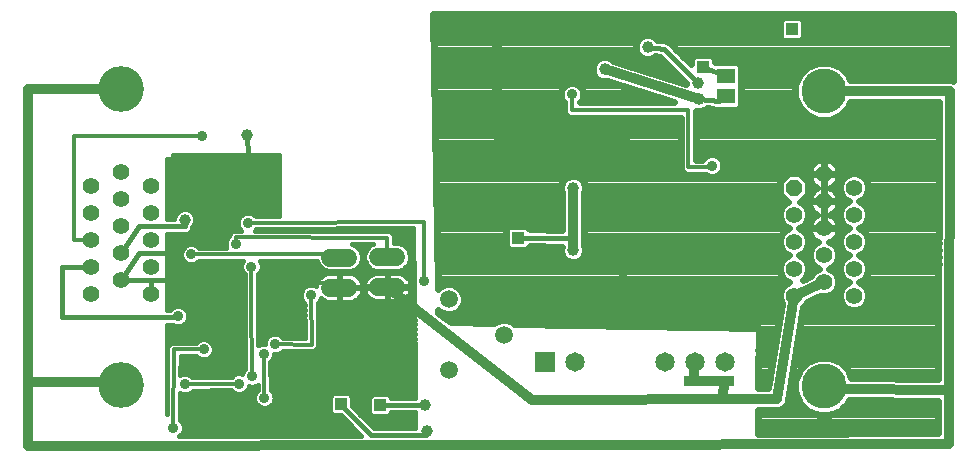
<source format=gbl>
G75*
G70*
%OFA0B0*%
%FSLAX24Y24*%
%IPPOS*%
%LPD*%
%AMOC8*
5,1,8,0,0,1.08239X$1,22.5*
%
%ADD10C,0.0554*%
%ADD11C,0.1520*%
%ADD12R,0.0591X0.0512*%
%ADD13OC8,0.0554*%
%ADD14C,0.1502*%
%ADD15C,0.0600*%
%ADD16C,0.0594*%
%ADD17R,0.0650X0.0650*%
%ADD18C,0.0650*%
%ADD19R,0.0700X0.0360*%
%ADD20C,0.0240*%
%ADD21C,0.0320*%
%ADD22C,0.0160*%
%ADD23C,0.0357*%
%ADD24C,0.0396*%
%ADD25C,0.0120*%
%ADD26R,0.0396X0.0396*%
D10*
X006062Y006197D03*
X007062Y006647D03*
X006062Y007097D03*
X007062Y007547D03*
X008062Y007997D03*
X007062Y008447D03*
X006062Y008897D03*
X007062Y009347D03*
X008062Y009797D03*
X007062Y010247D03*
X006062Y009797D03*
X008062Y008897D03*
X006062Y007997D03*
X008062Y007097D03*
X008062Y006197D03*
X029503Y006138D03*
X030503Y006588D03*
X031503Y006138D03*
X031503Y007038D03*
X030503Y007488D03*
X031503Y007938D03*
X030503Y008388D03*
X031503Y008838D03*
X030503Y009288D03*
X031503Y009738D03*
X030503Y010188D03*
X029503Y008838D03*
X029503Y007938D03*
X029503Y007038D03*
D11*
X007062Y003171D03*
X007062Y013014D03*
D12*
X027235Y012793D03*
X027235Y013462D03*
D13*
X029503Y009738D03*
D14*
X030503Y012955D03*
X030503Y003112D03*
D15*
X016248Y006427D02*
X015648Y006427D01*
X014653Y006407D02*
X014053Y006407D01*
X014053Y007407D02*
X014653Y007407D01*
X015648Y007427D02*
X016248Y007427D01*
D16*
X017995Y006022D03*
X019845Y004840D03*
X017995Y003659D03*
D17*
X021204Y003915D03*
D18*
X022204Y003915D03*
X025204Y003915D03*
X026204Y003915D03*
X027204Y003915D03*
D19*
X027168Y003305D03*
X026168Y003305D03*
D20*
X026184Y003856D02*
X026204Y003856D01*
X026204Y003915D01*
X028319Y003846D02*
X028771Y003846D01*
X028810Y004085D02*
X028321Y004085D01*
X028323Y004323D02*
X028848Y004323D01*
X028886Y004562D02*
X028325Y004562D01*
X028327Y004800D02*
X028924Y004800D01*
X028962Y005039D02*
X028329Y005039D01*
X028330Y005057D02*
X028313Y003053D01*
X028645Y003054D01*
X029096Y005873D01*
X029026Y006043D01*
X029026Y006233D01*
X029098Y006408D01*
X029233Y006542D01*
X029342Y006588D01*
X029233Y006633D01*
X029098Y006767D01*
X029026Y006943D01*
X029026Y007133D01*
X029098Y007308D01*
X029233Y007442D01*
X029342Y007488D01*
X029233Y007533D01*
X029098Y007667D01*
X029026Y007843D01*
X029026Y008033D01*
X029098Y008208D01*
X029233Y008342D01*
X029342Y008388D01*
X029233Y008433D01*
X029098Y008567D01*
X029026Y008743D01*
X029026Y008933D01*
X029098Y009108D01*
X029233Y009242D01*
X029297Y009269D01*
X029026Y009540D01*
X029026Y009935D01*
X029305Y010215D01*
X029700Y010215D01*
X029980Y009935D01*
X029980Y009540D01*
X029709Y009269D01*
X029773Y009242D01*
X029907Y009108D01*
X029980Y008933D01*
X029980Y008743D01*
X029907Y008567D01*
X029773Y008433D01*
X029663Y008388D01*
X029773Y008342D01*
X029907Y008208D01*
X029980Y008033D01*
X029980Y007843D01*
X029907Y007667D01*
X029773Y007533D01*
X029663Y007488D01*
X029773Y007442D01*
X029907Y007308D01*
X029980Y007133D01*
X029980Y006943D01*
X029907Y006767D01*
X029811Y006671D01*
X030069Y006787D01*
X030098Y006858D01*
X030233Y006992D01*
X030342Y007038D01*
X030233Y007083D01*
X030098Y007217D01*
X030026Y007393D01*
X030026Y007583D01*
X030098Y007758D01*
X030233Y007892D01*
X030314Y007926D01*
X030312Y007927D01*
X030242Y007962D01*
X030179Y008008D01*
X030124Y008064D01*
X030078Y008127D01*
X030042Y008197D01*
X030018Y008271D01*
X030006Y008349D01*
X030006Y008388D01*
X030503Y008388D01*
X030503Y008388D01*
X030503Y008790D01*
X030503Y009288D01*
X030503Y009288D01*
X030503Y009785D01*
X030503Y010188D01*
X030503Y010188D01*
X030503Y010685D01*
X030542Y010685D01*
X030619Y010673D01*
X030694Y010648D01*
X030763Y010613D01*
X030827Y010567D01*
X030882Y010512D01*
X030928Y010448D01*
X030964Y010379D01*
X030988Y010304D01*
X031000Y010227D01*
X031000Y010188D01*
X030503Y010188D01*
X030503Y010188D01*
X030503Y010685D01*
X030464Y010685D01*
X030386Y010673D01*
X030312Y010648D01*
X030242Y010613D01*
X030179Y010567D01*
X030124Y010512D01*
X030078Y010448D01*
X030042Y010379D01*
X030018Y010304D01*
X030006Y010227D01*
X030006Y010188D01*
X030503Y010188D01*
X030503Y010188D01*
X031000Y010188D01*
X031000Y010149D01*
X030988Y010071D01*
X030964Y009997D01*
X030928Y009927D01*
X030882Y009864D01*
X030827Y009808D01*
X030763Y009762D01*
X030715Y009738D01*
X030763Y009713D01*
X030827Y009667D01*
X030882Y009612D01*
X030928Y009548D01*
X030964Y009479D01*
X030988Y009404D01*
X031000Y009327D01*
X031000Y009288D01*
X030503Y009288D01*
X030503Y009288D01*
X030503Y010188D01*
X030503Y010188D01*
X030006Y010188D01*
X030006Y010149D01*
X030018Y010071D01*
X030042Y009997D01*
X030078Y009927D01*
X030124Y009864D01*
X030179Y009808D01*
X030242Y009762D01*
X030291Y009738D01*
X030242Y009713D01*
X030179Y009667D01*
X030124Y009612D01*
X030078Y009548D01*
X030042Y009479D01*
X030018Y009404D01*
X030006Y009327D01*
X030006Y009288D01*
X030503Y009288D01*
X030503Y009288D01*
X031000Y009288D01*
X031000Y009249D01*
X030988Y009171D01*
X030964Y009097D01*
X030928Y009027D01*
X030882Y008964D01*
X030827Y008908D01*
X030763Y008862D01*
X030715Y008838D01*
X030763Y008813D01*
X030827Y008767D01*
X030882Y008712D01*
X030928Y008648D01*
X030964Y008579D01*
X030988Y008504D01*
X031000Y008427D01*
X031000Y008388D01*
X030503Y008388D01*
X030503Y008388D01*
X030503Y009288D01*
X030503Y009288D01*
X030006Y009288D01*
X030006Y009249D01*
X030018Y009171D01*
X030042Y009097D01*
X030078Y009027D01*
X030124Y008964D01*
X030179Y008908D01*
X030242Y008862D01*
X030291Y008838D01*
X030242Y008813D01*
X030179Y008767D01*
X030124Y008712D01*
X030078Y008648D01*
X030042Y008579D01*
X030018Y008504D01*
X030006Y008427D01*
X030006Y008388D01*
X030503Y008388D01*
X030503Y008388D01*
X031000Y008388D01*
X031000Y008349D01*
X030988Y008271D01*
X030964Y008197D01*
X030928Y008127D01*
X030882Y008064D01*
X030827Y008008D01*
X030763Y007962D01*
X030694Y007927D01*
X030691Y007926D01*
X030773Y007892D01*
X030907Y007758D01*
X030980Y007583D01*
X030980Y007393D01*
X030907Y007217D01*
X030773Y007083D01*
X030663Y007038D01*
X030773Y006992D01*
X030907Y006858D01*
X030980Y006683D01*
X030980Y006493D01*
X030907Y006317D01*
X030773Y006183D01*
X030598Y006110D01*
X030408Y006110D01*
X030362Y006130D01*
X029937Y005938D01*
X029907Y005867D01*
X029808Y005768D01*
X029312Y002667D01*
X029312Y002624D01*
X029301Y002597D01*
X029296Y002567D01*
X029274Y002531D01*
X029257Y002492D01*
X029236Y002470D01*
X029221Y002445D01*
X029186Y002420D01*
X029156Y002390D01*
X029129Y002379D01*
X029105Y002361D01*
X029063Y002351D01*
X029024Y002335D01*
X028994Y002335D01*
X028965Y002328D01*
X028923Y002335D01*
X028422Y002333D01*
X028307Y002333D01*
X028300Y001542D01*
X034324Y001558D01*
X034312Y002634D01*
X031348Y002666D01*
X031309Y002573D01*
X031042Y002306D01*
X030692Y002161D01*
X030314Y002161D01*
X029964Y002306D01*
X029696Y002573D01*
X029552Y002923D01*
X029552Y003301D01*
X029696Y003651D01*
X029964Y003918D01*
X030314Y004063D01*
X030692Y004063D01*
X031042Y003918D01*
X031309Y003651D01*
X031419Y003386D01*
X034310Y003354D01*
X034346Y012592D01*
X033368Y012595D01*
X031383Y012595D01*
X031309Y012416D01*
X031042Y012148D01*
X030692Y012003D01*
X030314Y012003D01*
X029964Y012148D01*
X029696Y012416D01*
X029552Y012765D01*
X029552Y013144D01*
X029696Y013493D01*
X029964Y013761D01*
X030314Y013906D01*
X030692Y013906D01*
X031042Y013761D01*
X031309Y013493D01*
X031383Y013315D01*
X033298Y013315D01*
X033298Y013315D01*
X033370Y013315D01*
X033441Y013315D01*
X033441Y013314D01*
X034637Y013311D01*
X034637Y013311D01*
X034708Y013311D01*
X034780Y013310D01*
X034780Y013310D01*
X034781Y013310D01*
X034803Y013301D01*
X034803Y015526D01*
X017478Y015526D01*
X017640Y006370D01*
X017714Y006443D01*
X017896Y006518D01*
X018094Y006518D01*
X018276Y006443D01*
X018416Y006303D01*
X018492Y006120D01*
X018492Y005923D01*
X018416Y005740D01*
X018276Y005600D01*
X018094Y005525D01*
X017896Y005525D01*
X017714Y005600D01*
X017653Y005661D01*
X017655Y005560D01*
X018059Y005246D01*
X019522Y005219D01*
X019564Y005262D01*
X019747Y005337D01*
X019944Y005337D01*
X020127Y005262D01*
X020181Y005207D01*
X028330Y005057D01*
X029001Y005277D02*
X020089Y005277D01*
X019602Y005277D02*
X018019Y005277D01*
X017711Y005516D02*
X029039Y005516D01*
X029077Y005754D02*
X018422Y005754D01*
X018492Y005993D02*
X029046Y005993D01*
X029026Y006231D02*
X018446Y006231D01*
X018211Y006470D02*
X029160Y006470D01*
X029157Y006708D02*
X017634Y006708D01*
X017639Y006470D02*
X017779Y006470D01*
X017630Y006947D02*
X029026Y006947D01*
X029048Y007185D02*
X017626Y007185D01*
X017622Y007424D02*
X021817Y007424D01*
X021811Y007430D02*
X021923Y007318D01*
X022069Y007257D01*
X022228Y007257D01*
X022374Y007318D01*
X022486Y007430D01*
X022547Y007576D01*
X022547Y007735D01*
X022505Y007836D01*
X022497Y008172D01*
X022507Y009548D01*
X022547Y009643D01*
X022547Y009801D01*
X022486Y009948D01*
X022374Y010060D01*
X022228Y010120D01*
X022069Y010120D01*
X021923Y010060D01*
X021811Y009948D01*
X021750Y009801D01*
X021750Y009643D01*
X021787Y009554D01*
X021779Y008333D01*
X020696Y008344D01*
X020696Y008350D01*
X020579Y008467D01*
X020017Y008467D01*
X019900Y008350D01*
X019900Y007788D01*
X020017Y007671D01*
X020579Y007671D01*
X020693Y007784D01*
X021766Y007773D01*
X021750Y007735D01*
X021750Y007576D01*
X021811Y007430D01*
X022480Y007424D02*
X029214Y007424D01*
X029103Y007662D02*
X022547Y007662D01*
X022503Y007901D02*
X029026Y007901D01*
X029070Y008139D02*
X022498Y008139D01*
X022499Y008378D02*
X029319Y008378D01*
X029687Y008378D02*
X030006Y008378D01*
X030071Y008139D02*
X029936Y008139D01*
X029980Y007901D02*
X030254Y007901D01*
X030059Y007662D02*
X029902Y007662D01*
X029791Y007424D02*
X030026Y007424D01*
X029958Y007185D02*
X030130Y007185D01*
X030187Y006947D02*
X029980Y006947D01*
X029894Y006708D02*
X029848Y006708D01*
X030818Y006947D02*
X031026Y006947D01*
X031026Y006943D02*
X031098Y006767D01*
X031233Y006633D01*
X031342Y006588D01*
X031233Y006542D01*
X031098Y006408D01*
X031026Y006233D01*
X031026Y006043D01*
X031098Y005867D01*
X031233Y005733D01*
X031408Y005660D01*
X031598Y005660D01*
X031773Y005733D01*
X031907Y005867D01*
X031980Y006043D01*
X031980Y006233D01*
X031907Y006408D01*
X031773Y006542D01*
X031663Y006588D01*
X031773Y006633D01*
X031907Y006767D01*
X031980Y006943D01*
X031980Y007133D01*
X031907Y007308D01*
X031773Y007442D01*
X031663Y007488D01*
X031773Y007533D01*
X031907Y007667D01*
X031980Y007843D01*
X031980Y008033D01*
X031907Y008208D01*
X031773Y008342D01*
X031663Y008388D01*
X031773Y008433D01*
X031907Y008567D01*
X031980Y008743D01*
X031980Y008933D01*
X031907Y009108D01*
X031773Y009242D01*
X031663Y009288D01*
X031773Y009333D01*
X031907Y009467D01*
X031980Y009643D01*
X031980Y009833D01*
X031907Y010008D01*
X031773Y010142D01*
X031598Y010215D01*
X031408Y010215D01*
X031233Y010142D01*
X031098Y010008D01*
X031026Y009833D01*
X031026Y009643D01*
X031098Y009467D01*
X031233Y009333D01*
X031342Y009288D01*
X031233Y009242D01*
X031098Y009108D01*
X031026Y008933D01*
X031026Y008743D01*
X031098Y008567D01*
X031233Y008433D01*
X031342Y008388D01*
X031233Y008342D01*
X031098Y008208D01*
X031026Y008033D01*
X031026Y007843D01*
X031098Y007667D01*
X031233Y007533D01*
X031342Y007488D01*
X031233Y007442D01*
X031098Y007308D01*
X031026Y007133D01*
X031026Y006943D01*
X030969Y006708D02*
X031157Y006708D01*
X031160Y006470D02*
X030971Y006470D01*
X031026Y006231D02*
X030821Y006231D01*
X031046Y005993D02*
X030058Y005993D01*
X029806Y005754D02*
X031211Y005754D01*
X031794Y005754D02*
X034319Y005754D01*
X034318Y005516D02*
X029768Y005516D01*
X029730Y005277D02*
X034317Y005277D01*
X034316Y005039D02*
X029692Y005039D01*
X029653Y004800D02*
X034315Y004800D01*
X034314Y004562D02*
X029615Y004562D01*
X029577Y004323D02*
X034313Y004323D01*
X034313Y004085D02*
X029539Y004085D01*
X029501Y003846D02*
X029892Y003846D01*
X029679Y003608D02*
X029462Y003608D01*
X029424Y003369D02*
X029580Y003369D01*
X029552Y003131D02*
X029386Y003131D01*
X029348Y002892D02*
X029564Y002892D01*
X029663Y002654D02*
X029312Y002654D01*
X029182Y002415D02*
X029854Y002415D01*
X030275Y002177D02*
X028305Y002177D01*
X028303Y001938D02*
X034320Y001938D01*
X034322Y001700D02*
X028301Y001700D01*
X030731Y002177D02*
X034317Y002177D01*
X034314Y002415D02*
X031151Y002415D01*
X031343Y002654D02*
X032491Y002654D01*
X032904Y003369D02*
X034310Y003369D01*
X034311Y003608D02*
X031327Y003608D01*
X031114Y003846D02*
X034312Y003846D01*
X034320Y005993D02*
X031959Y005993D01*
X031980Y006231D02*
X034321Y006231D01*
X034322Y006470D02*
X031845Y006470D01*
X031848Y006708D02*
X034323Y006708D01*
X034324Y006947D02*
X031980Y006947D01*
X031958Y007185D02*
X034325Y007185D01*
X034326Y007424D02*
X031791Y007424D01*
X031214Y007424D02*
X030980Y007424D01*
X031048Y007185D02*
X030875Y007185D01*
X030947Y007662D02*
X031103Y007662D01*
X031026Y007901D02*
X030752Y007901D01*
X030934Y008139D02*
X031070Y008139D01*
X031000Y008378D02*
X031319Y008378D01*
X031687Y008378D02*
X034329Y008378D01*
X034329Y008139D02*
X031936Y008139D01*
X031980Y007901D02*
X034328Y007901D01*
X034327Y007662D02*
X031902Y007662D01*
X031928Y008616D02*
X034330Y008616D01*
X034331Y008855D02*
X031980Y008855D01*
X031913Y009093D02*
X034332Y009093D01*
X034333Y009332D02*
X031770Y009332D01*
X031950Y009570D02*
X034334Y009570D01*
X034335Y009809D02*
X031980Y009809D01*
X031868Y010047D02*
X034336Y010047D01*
X034337Y010286D02*
X030991Y010286D01*
X030869Y010524D02*
X034338Y010524D01*
X034339Y010763D02*
X027017Y010763D01*
X026989Y010791D02*
X026850Y010849D01*
X026699Y010849D01*
X026560Y010791D01*
X026454Y010685D01*
X026448Y010671D01*
X026247Y010671D01*
X026247Y012303D01*
X026262Y012297D01*
X026421Y012297D01*
X026567Y012357D01*
X026600Y012390D01*
X026824Y012370D01*
X026857Y012337D01*
X027613Y012337D01*
X027730Y012454D01*
X027730Y013801D01*
X027613Y013918D01*
X026877Y013918D01*
X026877Y014047D01*
X026760Y014164D01*
X026198Y014164D01*
X026081Y014047D01*
X026081Y013843D01*
X025369Y014555D01*
X025344Y014586D01*
X025330Y014594D01*
X025319Y014605D01*
X025282Y014621D01*
X025247Y014640D01*
X025231Y014642D01*
X025216Y014648D01*
X025176Y014648D01*
X024945Y014674D01*
X024854Y014765D01*
X024708Y014825D01*
X024550Y014825D01*
X024403Y014765D01*
X024291Y014653D01*
X024231Y014506D01*
X024231Y014348D01*
X024291Y014202D01*
X024403Y014090D01*
X024550Y014029D01*
X024708Y014029D01*
X024854Y014090D01*
X024882Y014117D01*
X025032Y014101D01*
X025904Y013228D01*
X025904Y013209D01*
X023462Y013972D01*
X023417Y014017D01*
X023271Y014077D01*
X023113Y014077D01*
X022966Y014017D01*
X022854Y013905D01*
X022794Y013758D01*
X022794Y013600D01*
X022854Y013453D01*
X022966Y013342D01*
X023113Y013281D01*
X023259Y013281D01*
X025499Y012581D01*
X022373Y012581D01*
X022430Y012638D01*
X022488Y012777D01*
X022488Y012928D01*
X022430Y013067D01*
X022323Y013173D01*
X022184Y013231D01*
X022034Y013231D01*
X021895Y013173D01*
X021788Y013067D01*
X021731Y012928D01*
X021731Y012777D01*
X021788Y012638D01*
X021849Y012577D01*
X021849Y012372D01*
X021849Y012269D01*
X021889Y012173D01*
X021962Y012100D01*
X022057Y012061D01*
X025727Y012061D01*
X025727Y010360D01*
X025767Y010264D01*
X025840Y010191D01*
X025935Y010151D01*
X026558Y010151D01*
X026560Y010150D01*
X026699Y010092D01*
X026850Y010092D01*
X026989Y010150D01*
X027095Y010256D01*
X027153Y010395D01*
X027153Y010546D01*
X027095Y010685D01*
X026989Y010791D01*
X026532Y010763D02*
X026247Y010763D01*
X026247Y011001D02*
X034340Y011001D01*
X034341Y011240D02*
X026247Y011240D01*
X025727Y011240D02*
X017554Y011240D01*
X017558Y011001D02*
X025727Y011001D01*
X025727Y010763D02*
X017562Y010763D01*
X017567Y010524D02*
X025727Y010524D01*
X025758Y010286D02*
X017571Y010286D01*
X017575Y010047D02*
X021911Y010047D01*
X021753Y009809D02*
X017579Y009809D01*
X017584Y009570D02*
X021780Y009570D01*
X021786Y009332D02*
X017588Y009332D01*
X017592Y009093D02*
X021784Y009093D01*
X021782Y008855D02*
X017596Y008855D01*
X017601Y008616D02*
X021781Y008616D01*
X021779Y008378D02*
X020668Y008378D01*
X019928Y008378D02*
X017605Y008378D01*
X017609Y008139D02*
X019900Y008139D01*
X019900Y007901D02*
X017613Y007901D01*
X017618Y007662D02*
X021750Y007662D01*
X022501Y008616D02*
X029078Y008616D01*
X029026Y008855D02*
X022502Y008855D01*
X022504Y009093D02*
X029092Y009093D01*
X029234Y009332D02*
X022506Y009332D01*
X022517Y009570D02*
X029026Y009570D01*
X029026Y009809D02*
X022544Y009809D01*
X022386Y010047D02*
X029138Y010047D01*
X029868Y010047D02*
X030026Y010047D01*
X029980Y009809D02*
X030178Y009809D01*
X030503Y009809D02*
X030503Y009809D01*
X030503Y010047D02*
X030503Y010047D01*
X030827Y009809D02*
X031026Y009809D01*
X030980Y010047D02*
X031138Y010047D01*
X030503Y010286D02*
X030503Y010286D01*
X030503Y010524D02*
X030503Y010524D01*
X030137Y010524D02*
X027153Y010524D01*
X027108Y010286D02*
X030015Y010286D01*
X029980Y009570D02*
X030094Y009570D01*
X030006Y009332D02*
X029772Y009332D01*
X029913Y009093D02*
X030044Y009093D01*
X029980Y008855D02*
X030257Y008855D01*
X030503Y008855D02*
X030503Y008855D01*
X030503Y009093D02*
X030503Y009093D01*
X030749Y008855D02*
X031026Y008855D01*
X031078Y008616D02*
X030944Y008616D01*
X030503Y008616D02*
X030503Y008616D01*
X030061Y008616D02*
X029928Y008616D01*
X030962Y009093D02*
X031092Y009093D01*
X030999Y009332D02*
X031235Y009332D01*
X031056Y009570D02*
X030912Y009570D01*
X030503Y009570D02*
X030503Y009570D01*
X030503Y009332D02*
X030503Y009332D01*
X034342Y011478D02*
X026247Y011478D01*
X026247Y011717D02*
X034343Y011717D01*
X034344Y011955D02*
X026247Y011955D01*
X026247Y012194D02*
X029918Y012194D01*
X029690Y012432D02*
X027708Y012432D01*
X027730Y012671D02*
X029591Y012671D01*
X029552Y012909D02*
X027730Y012909D01*
X027730Y013148D02*
X029553Y013148D01*
X029652Y013386D02*
X027730Y013386D01*
X027730Y013625D02*
X029828Y013625D01*
X030211Y013863D02*
X027668Y013863D01*
X026822Y014102D02*
X034803Y014102D01*
X034803Y014340D02*
X025584Y014340D01*
X025822Y014102D02*
X026136Y014102D01*
X026081Y013863D02*
X026061Y013863D01*
X025507Y013625D02*
X024572Y013625D01*
X025269Y013863D02*
X023809Y013863D01*
X024391Y014102D02*
X017503Y014102D01*
X017499Y014340D02*
X024234Y014340D01*
X024261Y014579D02*
X017495Y014579D01*
X017490Y014817D02*
X024531Y014817D01*
X024727Y014817D02*
X029034Y014817D01*
X029034Y014737D02*
X029151Y014619D01*
X029713Y014619D01*
X029830Y014737D01*
X029830Y015299D01*
X029713Y015416D01*
X029151Y015416D01*
X029034Y015299D01*
X029034Y014737D01*
X029034Y015056D02*
X017486Y015056D01*
X017482Y015294D02*
X029034Y015294D01*
X029830Y015294D02*
X034803Y015294D01*
X034803Y015056D02*
X029830Y015056D01*
X029830Y014817D02*
X034803Y014817D01*
X034803Y014579D02*
X025350Y014579D01*
X025019Y014102D02*
X024867Y014102D01*
X025335Y013386D02*
X025746Y013386D01*
X024447Y012909D02*
X022488Y012909D01*
X022444Y012671D02*
X025211Y012671D01*
X025727Y011955D02*
X017541Y011955D01*
X017537Y012194D02*
X021880Y012194D01*
X021849Y012432D02*
X017533Y012432D01*
X017529Y012671D02*
X021775Y012671D01*
X021731Y012909D02*
X017524Y012909D01*
X017520Y013148D02*
X021870Y013148D01*
X022349Y013148D02*
X023684Y013148D01*
X022921Y013386D02*
X017516Y013386D01*
X017512Y013625D02*
X022794Y013625D01*
X022837Y013863D02*
X017507Y013863D01*
X017546Y011717D02*
X025727Y011717D01*
X025727Y011478D02*
X017550Y011478D01*
X030794Y013863D02*
X034803Y013863D01*
X034803Y013625D02*
X031178Y013625D01*
X031354Y013386D02*
X034803Y013386D01*
X034346Y012432D02*
X031316Y012432D01*
X031087Y012194D02*
X034345Y012194D01*
X028733Y003608D02*
X028317Y003608D01*
X028315Y003369D02*
X028695Y003369D01*
X028657Y003131D02*
X028313Y003131D01*
X020830Y002675D02*
X020790Y002675D01*
D21*
X034688Y001199D02*
X003979Y001120D01*
X003979Y003266D01*
X007062Y003266D01*
X003979Y003266D02*
X003979Y013014D01*
X007062Y013014D01*
X019609Y014525D02*
X019649Y011474D01*
X019649Y011435D02*
X019963Y011455D01*
X023861Y011474D01*
X023192Y013679D02*
X026341Y012695D01*
X030503Y012955D02*
X033369Y012955D01*
X034708Y012951D01*
X034668Y002990D01*
X031086Y003029D01*
X028952Y002695D02*
X028349Y002693D01*
X020830Y002675D01*
X020790Y002675D02*
X015948Y006427D01*
X022149Y007655D02*
X022137Y008169D01*
X022149Y009722D01*
X029503Y006138D02*
X030503Y006588D01*
X029503Y006138D02*
X028952Y002695D01*
X027151Y002715D02*
X027168Y003305D01*
X027030Y003305D02*
X026243Y003305D01*
X026168Y003305D02*
X026184Y003856D01*
X034668Y002990D02*
X034688Y001199D01*
X020180Y015096D02*
X019609Y014525D01*
D22*
X024629Y014427D02*
X025160Y014368D01*
X026302Y013226D01*
X026479Y013766D02*
X027235Y013462D01*
X027235Y012793D02*
X026999Y012636D01*
X026341Y012695D01*
X030503Y010188D02*
X030503Y009288D01*
X030503Y008388D01*
X022137Y008169D02*
X022118Y008049D01*
X020298Y008069D01*
X016818Y008037D02*
X016168Y008037D01*
X016168Y008068D02*
X016168Y008159D01*
X016168Y008159D01*
X016168Y008160D01*
X016104Y008224D01*
X016040Y008288D01*
X016039Y008288D01*
X016039Y008289D01*
X015948Y008289D01*
X011526Y008306D01*
X011562Y008343D01*
X016815Y008378D01*
X016834Y006258D01*
X016853Y006317D01*
X016881Y002738D01*
X016070Y002738D01*
X016070Y002762D01*
X015976Y002856D01*
X015447Y002856D01*
X015353Y002762D01*
X015353Y002234D01*
X015447Y002140D01*
X015976Y002140D01*
X016070Y002234D01*
X016070Y002258D01*
X016884Y002258D01*
X016888Y001734D01*
X015496Y001734D01*
X014770Y002460D01*
X014770Y002782D01*
X014677Y002876D01*
X014148Y002876D01*
X014054Y002782D01*
X014054Y002253D01*
X014148Y002159D01*
X014392Y002159D01*
X015083Y001468D01*
X009023Y001453D01*
X009109Y001538D01*
X015013Y001538D01*
X014854Y001697D02*
X009160Y001697D01*
X009160Y001663D02*
X009160Y001798D01*
X009109Y001922D01*
X009044Y001987D01*
X009050Y002889D01*
X009148Y002848D01*
X009283Y002848D01*
X009407Y002900D01*
X009478Y002971D01*
X010575Y002987D01*
X010748Y002987D01*
X010815Y002920D01*
X010939Y002868D01*
X011074Y002868D01*
X011198Y002920D01*
X011294Y003015D01*
X011337Y003119D01*
X011373Y003104D01*
X011507Y003104D01*
X011628Y003154D01*
X011630Y002989D01*
X011566Y002926D01*
X011515Y002801D01*
X011515Y002667D01*
X011566Y002542D01*
X011662Y002447D01*
X011786Y002396D01*
X011921Y002396D01*
X012045Y002447D01*
X012140Y002542D01*
X012192Y002667D01*
X012192Y002801D01*
X012140Y002926D01*
X012070Y002996D01*
X012057Y003936D01*
X012120Y003999D01*
X012172Y004123D01*
X012172Y004187D01*
X012275Y004187D01*
X012399Y004239D01*
X012462Y004301D01*
X013337Y004287D01*
X013340Y004285D01*
X013428Y004286D01*
X013516Y004284D01*
X013518Y004287D01*
X013522Y004287D01*
X013583Y004350D01*
X013647Y004411D01*
X013647Y004415D01*
X013649Y004417D01*
X013648Y004505D01*
X013649Y004593D01*
X013647Y004596D01*
X013631Y005904D01*
X013695Y005968D01*
X013730Y006052D01*
X013741Y006041D01*
X013802Y005997D01*
X013869Y005963D01*
X013941Y005939D01*
X014015Y005927D01*
X014333Y005927D01*
X014333Y006387D01*
X014373Y006387D01*
X014373Y005927D01*
X014691Y005927D01*
X014766Y005939D01*
X014837Y005963D01*
X014905Y005997D01*
X014966Y006041D01*
X015019Y006095D01*
X015064Y006156D01*
X015098Y006223D01*
X015121Y006295D01*
X015133Y006370D01*
X015133Y006387D01*
X014373Y006387D01*
X014373Y006427D01*
X015133Y006427D01*
X015133Y006445D01*
X015121Y006520D01*
X015098Y006592D01*
X015064Y006659D01*
X015019Y006720D01*
X014966Y006773D01*
X014905Y006818D01*
X014837Y006852D01*
X014766Y006876D01*
X014691Y006887D01*
X014373Y006887D01*
X014373Y006427D01*
X014333Y006427D01*
X014333Y006887D01*
X014015Y006887D01*
X013941Y006876D01*
X013869Y006852D01*
X013802Y006818D01*
X013741Y006773D01*
X013687Y006720D01*
X013643Y006659D01*
X013608Y006592D01*
X013585Y006520D01*
X013575Y006457D01*
X013476Y006498D01*
X013341Y006498D01*
X013217Y006446D01*
X013121Y006351D01*
X013070Y006227D01*
X013070Y006092D01*
X013121Y005968D01*
X013191Y005898D01*
X013205Y004729D01*
X012470Y004741D01*
X012399Y004812D01*
X012275Y004864D01*
X012140Y004864D01*
X012016Y004812D01*
X011921Y004717D01*
X011869Y004593D01*
X011869Y004529D01*
X011766Y004529D01*
X011652Y004482D01*
X011640Y006003D01*
X011640Y006846D01*
X011707Y006912D01*
X011759Y007037D01*
X011759Y007172D01*
X011707Y007296D01*
X011705Y007298D01*
X013601Y007298D01*
X013663Y007147D01*
X013793Y007017D01*
X013962Y006947D01*
X014745Y006947D01*
X014914Y007017D01*
X015043Y007147D01*
X015113Y007316D01*
X015113Y007499D01*
X015043Y007668D01*
X014914Y007797D01*
X014779Y007853D01*
X015468Y007851D01*
X015387Y007817D01*
X015258Y007688D01*
X015188Y007519D01*
X015188Y007336D01*
X015258Y007166D01*
X015387Y007037D01*
X015556Y006967D01*
X016339Y006967D01*
X016508Y007037D01*
X016638Y007166D01*
X016708Y007336D01*
X016708Y007519D01*
X016638Y007688D01*
X016508Y007817D01*
X016339Y007887D01*
X016168Y007887D01*
X016168Y008068D01*
X016132Y008195D02*
X016817Y008195D01*
X016815Y008354D02*
X013254Y008354D01*
X012326Y008788D02*
X011559Y008783D01*
X011494Y008848D01*
X011369Y008899D01*
X011235Y008899D01*
X011110Y008848D01*
X011015Y008753D01*
X010964Y008628D01*
X010964Y008494D01*
X011015Y008369D01*
X011077Y008308D01*
X011000Y008308D01*
X010999Y008308D01*
X010909Y008308D01*
X010818Y008309D01*
X010818Y008308D01*
X010817Y008308D01*
X010753Y008244D01*
X010689Y008180D01*
X010688Y008180D01*
X010688Y008111D01*
X010621Y008044D01*
X010570Y007920D01*
X010570Y007785D01*
X010590Y007738D01*
X009671Y007738D01*
X009604Y007804D01*
X009480Y007856D01*
X009345Y007856D01*
X009221Y007804D01*
X009125Y007709D01*
X009074Y007585D01*
X009074Y007450D01*
X009125Y007326D01*
X009221Y007231D01*
X009345Y007179D01*
X009480Y007179D01*
X009604Y007231D01*
X009671Y007298D01*
X011135Y007298D01*
X011133Y007296D01*
X011082Y007172D01*
X011082Y007037D01*
X011133Y006912D01*
X011200Y006846D01*
X011200Y006092D01*
X011199Y006091D01*
X011200Y006001D01*
X011200Y005911D01*
X011201Y005910D01*
X011218Y003699D01*
X011153Y003634D01*
X011110Y003530D01*
X011074Y003545D01*
X010939Y003545D01*
X010815Y003493D01*
X010748Y003427D01*
X010663Y003427D01*
X010662Y003428D01*
X010572Y003427D01*
X010483Y003427D01*
X010481Y003425D01*
X009470Y003411D01*
X009407Y003474D01*
X009283Y003525D01*
X009148Y003525D01*
X009055Y003487D01*
X009060Y004128D01*
X009567Y004128D01*
X009634Y004061D01*
X009758Y004010D01*
X009893Y004010D01*
X010017Y004061D01*
X010113Y004157D01*
X010164Y004281D01*
X010164Y004416D01*
X010113Y004540D01*
X010017Y004635D01*
X009893Y004687D01*
X009758Y004687D01*
X009634Y004635D01*
X009567Y004568D01*
X008842Y004568D01*
X008752Y004569D01*
X008751Y004568D01*
X008750Y004568D01*
X008686Y004504D01*
X008622Y004441D01*
X008622Y004440D01*
X008621Y004439D01*
X008621Y004349D01*
X008605Y002192D01*
X008605Y005171D01*
X008780Y005171D01*
X008788Y005164D01*
X008912Y005112D01*
X009047Y005112D01*
X009171Y005164D01*
X009266Y005259D01*
X009318Y005383D01*
X009318Y005518D01*
X009266Y005642D01*
X009171Y005738D01*
X009047Y005789D01*
X008912Y005789D01*
X008788Y005738D01*
X008701Y005651D01*
X008605Y005651D01*
X008605Y008203D01*
X009263Y008203D01*
X009351Y008239D01*
X009419Y008307D01*
X009455Y008395D01*
X009455Y008413D01*
X009499Y008456D01*
X009554Y008588D01*
X009554Y008731D01*
X009499Y008862D01*
X009399Y008963D01*
X009267Y009017D01*
X009125Y009017D01*
X008993Y008963D01*
X008892Y008862D01*
X008838Y008731D01*
X008838Y008683D01*
X008605Y008683D01*
X008605Y010687D01*
X008822Y010687D01*
X008822Y010825D01*
X012326Y010825D01*
X012326Y008788D01*
X012326Y008829D02*
X011512Y008829D01*
X011092Y008829D02*
X009513Y008829D01*
X009554Y008671D02*
X010981Y008671D01*
X010964Y008512D02*
X009523Y008512D01*
X009438Y008354D02*
X011030Y008354D01*
X010704Y008195D02*
X008605Y008195D01*
X008605Y008037D02*
X010619Y008037D01*
X010689Y008180D02*
X010689Y008180D01*
X010570Y007878D02*
X008605Y007878D01*
X008605Y007720D02*
X009136Y007720D01*
X009074Y007561D02*
X008605Y007561D01*
X008605Y007403D02*
X009093Y007403D01*
X009207Y007244D02*
X008605Y007244D01*
X008605Y007086D02*
X011082Y007086D01*
X011112Y007244D02*
X009618Y007244D01*
X008900Y007557D02*
X008900Y008049D01*
X009747Y008049D01*
X009747Y009388D01*
X011361Y009388D01*
X011282Y011494D01*
X012326Y010731D02*
X008822Y010731D01*
X008605Y010573D02*
X012326Y010573D01*
X012326Y010414D02*
X008605Y010414D01*
X008605Y010256D02*
X012326Y010256D01*
X012326Y010097D02*
X008605Y010097D01*
X008605Y009939D02*
X012326Y009939D01*
X012326Y009780D02*
X008605Y009780D01*
X008605Y009622D02*
X012326Y009622D01*
X012326Y009463D02*
X008605Y009463D01*
X008605Y009305D02*
X012326Y009305D01*
X012326Y009146D02*
X008605Y009146D01*
X008605Y008988D02*
X009053Y008988D01*
X008879Y008829D02*
X008605Y008829D01*
X009196Y008659D02*
X009215Y008659D01*
X009215Y008443D01*
X007660Y008443D01*
X007062Y007547D01*
X007660Y007557D02*
X008900Y007557D01*
X007660Y007557D02*
X007062Y006647D01*
X008062Y006647D01*
X008062Y006197D01*
X008605Y006135D02*
X011200Y006135D01*
X011200Y006293D02*
X008605Y006293D01*
X008605Y006452D02*
X011200Y006452D01*
X011200Y006610D02*
X008605Y006610D01*
X008605Y006769D02*
X011200Y006769D01*
X011127Y006927D02*
X008605Y006927D01*
X008062Y006651D02*
X010593Y006651D01*
X010692Y006533D01*
X011640Y006610D02*
X013618Y006610D01*
X013736Y006769D02*
X011640Y006769D01*
X011713Y006927D02*
X016828Y006927D01*
X016829Y006769D02*
X016585Y006769D01*
X016560Y006793D02*
X016614Y006740D01*
X016658Y006679D01*
X016693Y006611D01*
X016716Y006539D01*
X016728Y006465D01*
X016728Y006447D01*
X015968Y006447D01*
X015968Y006407D01*
X016728Y006407D01*
X016728Y006389D01*
X016716Y006315D01*
X016693Y006243D01*
X016658Y006175D01*
X016614Y006114D01*
X016560Y006061D01*
X016499Y006017D01*
X016432Y005982D01*
X016360Y005959D01*
X016285Y005947D01*
X015968Y005947D01*
X015968Y006407D01*
X015928Y006407D01*
X015928Y005947D01*
X015610Y005947D01*
X015535Y005959D01*
X015463Y005982D01*
X015396Y006017D01*
X015335Y006061D01*
X015282Y006114D01*
X015237Y006175D01*
X015203Y006243D01*
X015180Y006315D01*
X015168Y006389D01*
X015168Y006407D01*
X015928Y006407D01*
X015928Y006447D01*
X015928Y006907D01*
X015610Y006907D01*
X015535Y006895D01*
X015463Y006872D01*
X015396Y006838D01*
X015335Y006793D01*
X015282Y006740D01*
X015237Y006679D01*
X015203Y006611D01*
X015180Y006539D01*
X015168Y006465D01*
X015168Y006447D01*
X015928Y006447D01*
X015968Y006447D01*
X015968Y006907D01*
X016285Y006907D01*
X016360Y006895D01*
X016432Y006872D01*
X016499Y006838D01*
X016560Y006793D01*
X016557Y007086D02*
X016826Y007086D01*
X016825Y007244D02*
X016670Y007244D01*
X016708Y007403D02*
X016823Y007403D01*
X016822Y007561D02*
X016690Y007561D01*
X016605Y007720D02*
X016821Y007720D01*
X016819Y007878D02*
X016360Y007878D01*
X015290Y007720D02*
X014991Y007720D01*
X015087Y007561D02*
X015205Y007561D01*
X015188Y007403D02*
X015113Y007403D01*
X015084Y007244D02*
X015225Y007244D01*
X015338Y007086D02*
X014982Y007086D01*
X014970Y006769D02*
X015311Y006769D01*
X015203Y006610D02*
X015088Y006610D01*
X015132Y006452D02*
X015168Y006452D01*
X015186Y006293D02*
X015121Y006293D01*
X015049Y006135D02*
X015267Y006135D01*
X015481Y005976D02*
X014865Y005976D01*
X014373Y005976D02*
X014333Y005976D01*
X014333Y006135D02*
X014373Y006135D01*
X014373Y006293D02*
X014333Y006293D01*
X014333Y006452D02*
X014373Y006452D01*
X014373Y006610D02*
X014333Y006610D01*
X014333Y006769D02*
X014373Y006769D01*
X013724Y007086D02*
X011759Y007086D01*
X011728Y007244D02*
X013623Y007244D01*
X013230Y006452D02*
X011640Y006452D01*
X011640Y006293D02*
X013098Y006293D01*
X013070Y006135D02*
X011640Y006135D01*
X011640Y005976D02*
X013118Y005976D01*
X013192Y005818D02*
X011642Y005818D01*
X011643Y005659D02*
X013194Y005659D01*
X013196Y005501D02*
X011644Y005501D01*
X011645Y005342D02*
X013198Y005342D01*
X013200Y005184D02*
X011646Y005184D01*
X011648Y005025D02*
X013202Y005025D01*
X013204Y004867D02*
X011649Y004867D01*
X011650Y004708D02*
X011917Y004708D01*
X011869Y004550D02*
X011651Y004550D01*
X011211Y004550D02*
X010103Y004550D01*
X010164Y004391D02*
X011213Y004391D01*
X011214Y004233D02*
X010144Y004233D01*
X010030Y004074D02*
X011215Y004074D01*
X011216Y003916D02*
X009058Y003916D01*
X009059Y004074D02*
X009621Y004074D01*
X009057Y003757D02*
X011217Y003757D01*
X011138Y003599D02*
X009056Y003599D01*
X009440Y003440D02*
X010762Y003440D01*
X011553Y003123D02*
X011628Y003123D01*
X011605Y002965D02*
X011244Y002965D01*
X011517Y002806D02*
X009050Y002806D01*
X009049Y002648D02*
X011523Y002648D01*
X011619Y002489D02*
X009047Y002489D01*
X009046Y002331D02*
X014054Y002331D01*
X014054Y002489D02*
X012087Y002489D01*
X012184Y002648D02*
X014054Y002648D01*
X014079Y002806D02*
X012190Y002806D01*
X012101Y002965D02*
X016879Y002965D01*
X016878Y003123D02*
X012068Y003123D01*
X012066Y003282D02*
X016877Y003282D01*
X016875Y003440D02*
X012064Y003440D01*
X012062Y003599D02*
X016874Y003599D01*
X016873Y003757D02*
X012059Y003757D01*
X012057Y003916D02*
X016872Y003916D01*
X016870Y004074D02*
X012152Y004074D01*
X012386Y004233D02*
X016869Y004233D01*
X016868Y004391D02*
X013626Y004391D01*
X013649Y004550D02*
X016867Y004550D01*
X016866Y004708D02*
X013646Y004708D01*
X013644Y004867D02*
X016864Y004867D01*
X016863Y005025D02*
X013642Y005025D01*
X013640Y005184D02*
X016862Y005184D01*
X016861Y005342D02*
X013638Y005342D01*
X013636Y005501D02*
X016860Y005501D01*
X016858Y005659D02*
X013634Y005659D01*
X013632Y005818D02*
X016857Y005818D01*
X016856Y005976D02*
X016414Y005976D01*
X016629Y006135D02*
X016855Y006135D01*
X016845Y006293D02*
X016853Y006293D01*
X016833Y006293D02*
X016709Y006293D01*
X016728Y006452D02*
X016832Y006452D01*
X016830Y006610D02*
X016693Y006610D01*
X015968Y006610D02*
X015928Y006610D01*
X015928Y006452D02*
X015968Y006452D01*
X015968Y006293D02*
X015928Y006293D01*
X015928Y006135D02*
X015968Y006135D01*
X015968Y005976D02*
X015928Y005976D01*
X015928Y006769D02*
X015968Y006769D01*
X013842Y005976D02*
X013699Y005976D01*
X011200Y005976D02*
X008605Y005976D01*
X008605Y005818D02*
X011202Y005818D01*
X011203Y005659D02*
X009249Y005659D01*
X009318Y005501D02*
X011204Y005501D01*
X011205Y005342D02*
X009301Y005342D01*
X009191Y005184D02*
X011206Y005184D01*
X011208Y005025D02*
X008605Y005025D01*
X008605Y004867D02*
X011209Y004867D01*
X011210Y004708D02*
X008605Y004708D01*
X008605Y004550D02*
X008732Y004550D01*
X008621Y004391D02*
X008605Y004391D01*
X008605Y004233D02*
X008621Y004233D01*
X008605Y004074D02*
X008619Y004074D01*
X008605Y003916D02*
X008618Y003916D01*
X008605Y003757D02*
X008617Y003757D01*
X008605Y003599D02*
X008616Y003599D01*
X008605Y003440D02*
X008615Y003440D01*
X008605Y003282D02*
X008613Y003282D01*
X008605Y003123D02*
X008612Y003123D01*
X008605Y002965D02*
X008611Y002965D01*
X008605Y002806D02*
X008610Y002806D01*
X008605Y002648D02*
X008609Y002648D01*
X008605Y002489D02*
X008607Y002489D01*
X008605Y002331D02*
X008606Y002331D01*
X009045Y002172D02*
X014135Y002172D01*
X014537Y002014D02*
X009044Y002014D01*
X009136Y001855D02*
X014696Y001855D01*
X015216Y002014D02*
X016886Y002014D01*
X016885Y002172D02*
X016009Y002172D01*
X015414Y002172D02*
X015057Y002172D01*
X014899Y002331D02*
X015353Y002331D01*
X015353Y002489D02*
X014770Y002489D01*
X014770Y002648D02*
X015353Y002648D01*
X015398Y002806D02*
X014746Y002806D01*
X014393Y002498D02*
X015397Y001494D01*
X017247Y001494D01*
X017286Y001612D01*
X016888Y001855D02*
X015374Y001855D01*
X015711Y002498D02*
X017208Y002498D01*
X016880Y002806D02*
X016025Y002806D01*
X010770Y002965D02*
X009472Y002965D01*
X009160Y001663D02*
X009109Y001538D01*
X008979Y005411D02*
X005121Y005411D01*
X005121Y007097D01*
X006062Y007097D01*
X008605Y005659D02*
X008709Y005659D01*
X008979Y005451D02*
X008979Y005411D01*
X009338Y008988D02*
X012326Y008988D01*
X027151Y002715D02*
X028349Y002715D01*
X028349Y002693D01*
D23*
X023802Y006691D03*
X017188Y006612D03*
X014373Y005273D03*
X013408Y006159D03*
X011420Y007104D03*
X010908Y007852D03*
X011302Y008561D03*
X009412Y007518D03*
X008979Y005451D03*
X009826Y004348D03*
X011834Y004191D03*
X012208Y004525D03*
X011440Y003443D03*
X011007Y003207D03*
X011853Y002734D03*
X009215Y003187D03*
X008822Y001730D03*
X026774Y010470D03*
X022109Y012852D03*
X009786Y011455D03*
D24*
X011282Y011494D03*
X009196Y008659D03*
X012936Y006789D03*
X010692Y006533D03*
X017208Y002498D03*
X017286Y001612D03*
X025995Y006120D03*
X022149Y007655D03*
X022149Y009722D03*
X023920Y011494D03*
X026341Y012695D03*
X026302Y013226D03*
X024629Y014427D03*
X023192Y013679D03*
X020180Y015096D03*
X019649Y011474D03*
D25*
X022109Y012321D02*
X025987Y012321D01*
X025987Y010411D01*
X026774Y010411D01*
X026774Y010470D01*
X022109Y012321D02*
X022109Y012852D01*
X022109Y012892D01*
X017188Y008600D02*
X017188Y006612D01*
X015948Y007427D02*
X015948Y008069D01*
X010908Y008088D01*
X010908Y007852D01*
X011302Y008561D02*
X017188Y008600D01*
X014353Y007518D02*
X014353Y007407D01*
X014353Y007518D02*
X009412Y007518D01*
X008062Y006651D02*
X008062Y006647D01*
X006062Y007997D02*
X005515Y007997D01*
X005515Y011455D01*
X009786Y011455D01*
X003979Y013014D02*
X003979Y013029D01*
X011420Y007104D02*
X011420Y006002D01*
X011440Y003443D01*
X011007Y003207D02*
X010574Y003207D01*
X009215Y003187D01*
X007062Y003171D02*
X007062Y003266D01*
X008841Y004348D02*
X008822Y001730D01*
X011853Y002734D02*
X011834Y004191D01*
X012208Y004525D02*
X013428Y004506D01*
X013408Y006159D01*
X012936Y006789D02*
X014353Y006376D01*
X014353Y006407D01*
X014353Y006376D02*
X014353Y005273D01*
X014373Y005273D01*
X009826Y004348D02*
X008841Y004348D01*
X031086Y003088D02*
X031086Y003029D01*
D26*
X020298Y008069D03*
X015711Y002498D03*
X014412Y002518D03*
X026479Y013766D03*
X029432Y015018D03*
M02*

</source>
